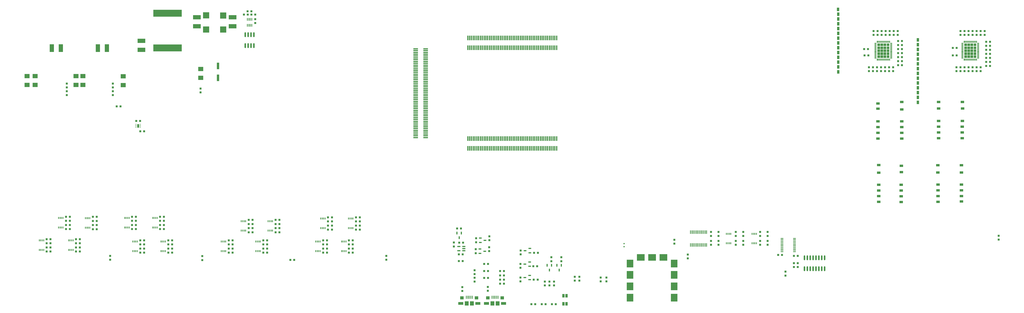
<source format=gtp>
G04*
G04 #@! TF.GenerationSoftware,Altium Limited,Altium Designer,18.1.9 (240)*
G04*
G04 Layer_Color=8421504*
%FSLAX25Y25*%
%MOIN*%
G70*
G01*
G75*
%ADD31R,0.01968X0.00984*%
%ADD32R,0.03543X0.06299*%
%ADD33R,0.06299X0.03937*%
%ADD34R,0.03740X0.03740*%
%ADD35R,0.03740X0.03740*%
%ADD36R,0.03937X0.06299*%
%ADD37R,0.13780X0.11811*%
%ADD38R,0.11811X0.13780*%
%ADD39R,0.06299X0.05512*%
%ADD40R,0.09055X0.05118*%
%ADD41R,0.07087X0.07480*%
%ADD42R,0.01575X0.05315*%
%ADD43R,0.04921X0.01575*%
%ADD44R,0.02000X0.08000*%
%ADD45R,0.08000X0.02000*%
%ADD46O,0.02362X0.08661*%
%ADD47R,0.49213X0.12402*%
%ADD48R,0.13500X0.07500*%
%ADD49R,0.09000X0.07500*%
%ADD50R,0.07500X0.13500*%
%ADD51R,0.01654X0.03500*%
%ADD52R,0.03937X0.11811*%
%ADD53R,0.01575X0.04803*%
%ADD54R,0.10630X0.10630*%
%ADD55R,0.03937X0.05906*%
%ADD56R,0.02362X0.01968*%
%ADD57R,0.01200X0.03200*%
%ADD58R,0.03200X0.01200*%
%ADD59R,0.05118X0.02362*%
%ADD60R,0.02362X0.05118*%
%ADD61R,0.05709X0.02165*%
%ADD62R,0.05709X0.02165*%
%ADD63R,0.01181X0.06299*%
G36*
X1504953Y453784D02*
X1500317D01*
Y458153D01*
X1504953D01*
Y453784D01*
D02*
G37*
G36*
X1499529D02*
X1494894D01*
Y458153D01*
X1499529D01*
Y453784D01*
D02*
G37*
G36*
X1494106D02*
X1489470D01*
Y458153D01*
X1494106D01*
Y453784D01*
D02*
G37*
G36*
X1488683D02*
X1484047D01*
Y458153D01*
X1488683D01*
Y453784D01*
D02*
G37*
G36*
X1504953Y448626D02*
X1500317D01*
Y452996D01*
X1504953D01*
Y448626D01*
D02*
G37*
G36*
X1499529D02*
X1494894D01*
Y452996D01*
X1499529D01*
Y448626D01*
D02*
G37*
G36*
X1494106D02*
X1489470D01*
Y452996D01*
X1494106D01*
Y448626D01*
D02*
G37*
G36*
X1488683D02*
X1484047D01*
Y452996D01*
X1488683D01*
Y448626D01*
D02*
G37*
G36*
X1504953Y443469D02*
X1500317D01*
Y447839D01*
X1504953D01*
Y443469D01*
D02*
G37*
G36*
X1499529D02*
X1494894D01*
Y447839D01*
X1499529D01*
Y443469D01*
D02*
G37*
G36*
X1494106D02*
X1489470D01*
Y447839D01*
X1494106D01*
Y443469D01*
D02*
G37*
G36*
X1488683D02*
X1484047D01*
Y447839D01*
X1488683D01*
Y443469D01*
D02*
G37*
G36*
X1504953Y438311D02*
X1500317D01*
Y442681D01*
X1504953D01*
Y438311D01*
D02*
G37*
G36*
X1499529D02*
X1494894D01*
Y442681D01*
X1499529D01*
Y438311D01*
D02*
G37*
G36*
X1494106D02*
X1489470D01*
Y442681D01*
X1494106D01*
Y438311D01*
D02*
G37*
G36*
X1488683D02*
X1484047D01*
Y442681D01*
X1488683D01*
Y438311D01*
D02*
G37*
G36*
X1504953Y433153D02*
X1500317D01*
Y437524D01*
X1504953D01*
Y433153D01*
D02*
G37*
G36*
X1499529D02*
X1494894D01*
Y437524D01*
X1499529D01*
Y433153D01*
D02*
G37*
G36*
X1494106D02*
X1489470D01*
Y437524D01*
X1494106D01*
Y433153D01*
D02*
G37*
G36*
X1488683D02*
X1484047D01*
Y437524D01*
X1488683D01*
Y433153D01*
D02*
G37*
G36*
X1655953Y453784D02*
X1651317D01*
Y458153D01*
X1655953D01*
Y453784D01*
D02*
G37*
G36*
X1650529D02*
X1645894D01*
Y458153D01*
X1650529D01*
Y453784D01*
D02*
G37*
G36*
X1645106D02*
X1640471D01*
Y458153D01*
X1645106D01*
Y453784D01*
D02*
G37*
G36*
X1639683D02*
X1635047D01*
Y458153D01*
X1639683D01*
Y453784D01*
D02*
G37*
G36*
X1655953Y448626D02*
X1651317D01*
Y452996D01*
X1655953D01*
Y448626D01*
D02*
G37*
G36*
X1650529D02*
X1645894D01*
Y452996D01*
X1650529D01*
Y448626D01*
D02*
G37*
G36*
X1645106D02*
X1640471D01*
Y452996D01*
X1645106D01*
Y448626D01*
D02*
G37*
G36*
X1639683D02*
X1635047D01*
Y452996D01*
X1639683D01*
Y448626D01*
D02*
G37*
G36*
X1655953Y443469D02*
X1651317D01*
Y447839D01*
X1655953D01*
Y443469D01*
D02*
G37*
G36*
X1650529D02*
X1645894D01*
Y447839D01*
X1650529D01*
Y443469D01*
D02*
G37*
G36*
X1645106D02*
X1640471D01*
Y447839D01*
X1645106D01*
Y443469D01*
D02*
G37*
G36*
X1639683D02*
X1635047D01*
Y447839D01*
X1639683D01*
Y443469D01*
D02*
G37*
G36*
X1655953Y438311D02*
X1651317D01*
Y442681D01*
X1655953D01*
Y438311D01*
D02*
G37*
G36*
X1650529D02*
X1645894D01*
Y442681D01*
X1650529D01*
Y438311D01*
D02*
G37*
G36*
X1645106D02*
X1640471D01*
Y442681D01*
X1645106D01*
Y438311D01*
D02*
G37*
G36*
X1639683D02*
X1635047D01*
Y442681D01*
X1639683D01*
Y438311D01*
D02*
G37*
G36*
X1655953Y433153D02*
X1651317D01*
Y437524D01*
X1655953D01*
Y433153D01*
D02*
G37*
G36*
X1650529D02*
X1645894D01*
Y437524D01*
X1650529D01*
Y433153D01*
D02*
G37*
G36*
X1645106D02*
X1640471D01*
Y437524D01*
X1645106D01*
Y433153D01*
D02*
G37*
G36*
X1639683D02*
X1635047D01*
Y437524D01*
X1639683D01*
Y433153D01*
D02*
G37*
D31*
X196260Y317953D02*
D03*
Y315984D02*
D03*
Y314016D02*
D03*
Y312047D02*
D03*
X203740D02*
D03*
Y314016D02*
D03*
Y315984D02*
D03*
Y317953D02*
D03*
D32*
X200000Y315000D02*
D03*
D33*
X1631500Y303500D02*
D03*
Y293500D02*
D03*
Y313500D02*
D03*
X1631900Y323500D02*
D03*
X1632000Y345017D02*
D03*
X1631900Y356500D02*
D03*
X1590500D02*
D03*
Y345017D02*
D03*
Y323500D02*
D03*
Y313521D02*
D03*
Y303500D02*
D03*
Y293500D02*
D03*
X1630000Y183500D02*
D03*
Y193000D02*
D03*
Y203000D02*
D03*
Y213000D02*
D03*
Y234000D02*
D03*
Y246587D02*
D03*
X1589000Y246500D02*
D03*
X1589016Y234000D02*
D03*
X1589500Y213000D02*
D03*
Y203000D02*
D03*
Y193000D02*
D03*
Y183000D02*
D03*
X1525319Y182642D02*
D03*
Y192642D02*
D03*
Y202642D02*
D03*
Y212500D02*
D03*
X1525653Y234500D02*
D03*
Y245500D02*
D03*
X1526500Y293000D02*
D03*
Y303000D02*
D03*
Y313000D02*
D03*
Y322970D02*
D03*
Y343500D02*
D03*
Y356500D02*
D03*
X1485000Y354000D02*
D03*
Y345000D02*
D03*
Y322970D02*
D03*
Y313000D02*
D03*
Y302900D02*
D03*
Y293000D02*
D03*
X1486465Y247000D02*
D03*
X1486465Y233500D02*
D03*
X1486465Y212500D02*
D03*
Y202500D02*
D03*
Y192691D02*
D03*
Y182691D02*
D03*
D34*
X1694750Y117020D02*
D03*
Y123713D02*
D03*
X807626Y35004D02*
D03*
Y28311D02*
D03*
X809875Y103847D02*
D03*
Y97154D02*
D03*
X786500Y100347D02*
D03*
Y93654D02*
D03*
X810000Y122846D02*
D03*
Y116154D02*
D03*
X787000Y119346D02*
D03*
Y112654D02*
D03*
X763000Y34650D02*
D03*
Y27957D02*
D03*
X784500Y44153D02*
D03*
Y50846D02*
D03*
Y63846D02*
D03*
Y57153D02*
D03*
X76071Y388546D02*
D03*
Y381853D02*
D03*
X917965Y86347D02*
D03*
Y79654D02*
D03*
X1131500Y110079D02*
D03*
Y116772D02*
D03*
X631000Y82235D02*
D03*
Y88928D02*
D03*
X311503Y81653D02*
D03*
Y88346D02*
D03*
X151476Y82166D02*
D03*
Y88859D02*
D03*
X1154737Y91285D02*
D03*
Y84592D02*
D03*
X748370Y105331D02*
D03*
Y112024D02*
D03*
X1324397Y61346D02*
D03*
Y54654D02*
D03*
X1013500Y44500D02*
D03*
Y51193D02*
D03*
X1003500Y44500D02*
D03*
Y51193D02*
D03*
X935000Y86347D02*
D03*
Y79654D02*
D03*
X958500Y45913D02*
D03*
Y52606D02*
D03*
X864060Y44634D02*
D03*
Y51327D02*
D03*
Y68134D02*
D03*
Y74827D02*
D03*
X864362Y91634D02*
D03*
Y98327D02*
D03*
X906500Y44106D02*
D03*
Y37413D02*
D03*
X914500Y44106D02*
D03*
Y37413D02*
D03*
X922500Y44106D02*
D03*
Y37413D02*
D03*
X403481Y500594D02*
D03*
Y493901D02*
D03*
X308500Y373166D02*
D03*
Y379859D02*
D03*
X156000Y388546D02*
D03*
Y381853D02*
D03*
Y368381D02*
D03*
Y375074D02*
D03*
X76000Y368381D02*
D03*
Y375074D02*
D03*
X1293500Y130347D02*
D03*
Y123653D02*
D03*
Y108153D02*
D03*
Y114847D02*
D03*
X1280500Y130347D02*
D03*
Y123653D02*
D03*
X1280559Y108153D02*
D03*
Y114847D02*
D03*
X1238000Y130347D02*
D03*
Y123653D02*
D03*
Y108153D02*
D03*
Y114847D02*
D03*
X1251000Y130347D02*
D03*
Y123653D02*
D03*
Y108153D02*
D03*
Y114847D02*
D03*
X1195000Y130347D02*
D03*
Y123653D02*
D03*
X1208000Y108153D02*
D03*
Y114847D02*
D03*
Y130347D02*
D03*
Y123653D02*
D03*
X1195000Y108153D02*
D03*
Y114847D02*
D03*
X1339153Y76265D02*
D03*
Y69572D02*
D03*
X1345654Y76265D02*
D03*
Y69572D02*
D03*
X966500Y52606D02*
D03*
Y45913D02*
D03*
X1656500Y417000D02*
D03*
Y410307D02*
D03*
X1663500Y417000D02*
D03*
Y410307D02*
D03*
X1642500Y417000D02*
D03*
Y410307D02*
D03*
X1649500Y417000D02*
D03*
Y410307D02*
D03*
X1628500Y473307D02*
D03*
Y480000D02*
D03*
Y417000D02*
D03*
Y410307D02*
D03*
X1621500Y417000D02*
D03*
Y410307D02*
D03*
X1635500Y473307D02*
D03*
Y480000D02*
D03*
X1642500Y473307D02*
D03*
Y480000D02*
D03*
X1635500Y417000D02*
D03*
Y410307D02*
D03*
X1663500Y473307D02*
D03*
Y480000D02*
D03*
X1670500Y473307D02*
D03*
Y480000D02*
D03*
X1656500Y473307D02*
D03*
Y480000D02*
D03*
X1649500Y473307D02*
D03*
Y480000D02*
D03*
X1477500Y473307D02*
D03*
Y480000D02*
D03*
X1483500Y417000D02*
D03*
Y410307D02*
D03*
X1504500Y417000D02*
D03*
Y410307D02*
D03*
X1511500Y417000D02*
D03*
Y410307D02*
D03*
X1490500Y417000D02*
D03*
Y410307D02*
D03*
X1497500Y417000D02*
D03*
Y410307D02*
D03*
X1469500Y417000D02*
D03*
Y410307D02*
D03*
X1476500Y417000D02*
D03*
Y410307D02*
D03*
X1498500Y473307D02*
D03*
Y480000D02*
D03*
X1505500Y473307D02*
D03*
Y480000D02*
D03*
X1519500Y473307D02*
D03*
Y480000D02*
D03*
X1512500Y473307D02*
D03*
Y480000D02*
D03*
X1484500Y473307D02*
D03*
Y480000D02*
D03*
X1491500Y473307D02*
D03*
Y480000D02*
D03*
D35*
X203654Y305500D02*
D03*
X210347D02*
D03*
X203346Y323500D02*
D03*
X196653D02*
D03*
X807847Y75000D02*
D03*
X801153D02*
D03*
X835347Y40398D02*
D03*
X828654D02*
D03*
X764347Y112000D02*
D03*
X757654D02*
D03*
X760847Y136500D02*
D03*
X754153D02*
D03*
X893980Y47500D02*
D03*
X887287D02*
D03*
X893308Y70822D02*
D03*
X886615D02*
D03*
X894347Y94036D02*
D03*
X887654D02*
D03*
X471193Y82000D02*
D03*
X464500D02*
D03*
X390435Y508512D02*
D03*
X383742D02*
D03*
X396951Y514012D02*
D03*
X390258D02*
D03*
X403481Y508512D02*
D03*
X396788D02*
D03*
X828654Y55000D02*
D03*
X835347D02*
D03*
X828654Y62500D02*
D03*
X835347D02*
D03*
X828654Y47353D02*
D03*
X835347D02*
D03*
X889962Y5000D02*
D03*
X883269D02*
D03*
X907847D02*
D03*
X901153D02*
D03*
X925346D02*
D03*
X918653D02*
D03*
X807973Y50657D02*
D03*
X801280D02*
D03*
X807973Y62657D02*
D03*
X801280D02*
D03*
X763846Y80000D02*
D03*
X757154D02*
D03*
Y91500D02*
D03*
X763846D02*
D03*
X536665Y141623D02*
D03*
X529972D02*
D03*
X398748Y137167D02*
D03*
X392055D02*
D03*
X196235Y142667D02*
D03*
X189542D02*
D03*
X81346D02*
D03*
X74654D02*
D03*
X528014Y101667D02*
D03*
X521321D02*
D03*
X364054D02*
D03*
X357361D02*
D03*
X210347D02*
D03*
X203654D02*
D03*
X47846Y103667D02*
D03*
X41153D02*
D03*
X585100Y141623D02*
D03*
X578407D02*
D03*
X445400Y137167D02*
D03*
X438707D02*
D03*
X244847Y142667D02*
D03*
X238154D02*
D03*
X128024Y142456D02*
D03*
X121331D02*
D03*
X572847Y101667D02*
D03*
X566153D02*
D03*
X424061D02*
D03*
X417369D02*
D03*
X259270D02*
D03*
X252577D02*
D03*
X98847Y103667D02*
D03*
X92154D02*
D03*
X536665Y155956D02*
D03*
X529972D02*
D03*
X398748Y151500D02*
D03*
X392055D02*
D03*
X196235Y157000D02*
D03*
X189542D02*
D03*
X81346D02*
D03*
X74654D02*
D03*
X528014Y116000D02*
D03*
X521321D02*
D03*
X364054D02*
D03*
X357361D02*
D03*
X210347D02*
D03*
X203654D02*
D03*
X47846Y118000D02*
D03*
X41153D02*
D03*
X585100Y155956D02*
D03*
X578407D02*
D03*
X445400Y151500D02*
D03*
X438707D02*
D03*
X244847Y157000D02*
D03*
X238154D02*
D03*
X128024Y156789D02*
D03*
X121331D02*
D03*
X572847Y116000D02*
D03*
X566153D02*
D03*
X424061D02*
D03*
X417369D02*
D03*
X259270D02*
D03*
X252577D02*
D03*
X98847Y118000D02*
D03*
X92154D02*
D03*
X529972Y134456D02*
D03*
X536665D02*
D03*
X392055Y130000D02*
D03*
X398748D02*
D03*
X189542Y135500D02*
D03*
X196235D02*
D03*
X74654D02*
D03*
X81346D02*
D03*
X521321Y94500D02*
D03*
X528014D02*
D03*
X357361D02*
D03*
X364054D02*
D03*
X203654D02*
D03*
X210347D02*
D03*
X41153Y96500D02*
D03*
X47846D02*
D03*
X578407Y134456D02*
D03*
X585100D02*
D03*
X438707Y130000D02*
D03*
X445400D02*
D03*
X238154Y135500D02*
D03*
X244847D02*
D03*
X121331Y135289D02*
D03*
X128024D02*
D03*
X566153Y94500D02*
D03*
X572847D02*
D03*
X417369D02*
D03*
X424061D02*
D03*
X252577D02*
D03*
X259270D02*
D03*
X92154Y96500D02*
D03*
X98847D02*
D03*
X536665Y148789D02*
D03*
X529972D02*
D03*
X398748Y144333D02*
D03*
X392055D02*
D03*
X196235Y149833D02*
D03*
X189542D02*
D03*
X81346D02*
D03*
X74654D02*
D03*
X528014Y108833D02*
D03*
X521321D02*
D03*
X364054D02*
D03*
X357361D02*
D03*
X210347D02*
D03*
X203654D02*
D03*
X47846Y110833D02*
D03*
X41153D02*
D03*
X585100Y148789D02*
D03*
X578407D02*
D03*
X445400Y144333D02*
D03*
X438707D02*
D03*
X244847Y149833D02*
D03*
X238154D02*
D03*
X128024Y149623D02*
D03*
X121331D02*
D03*
X572847Y108833D02*
D03*
X566153D02*
D03*
X424061D02*
D03*
X417369D02*
D03*
X259270D02*
D03*
X252577D02*
D03*
X98847Y110833D02*
D03*
X92154D02*
D03*
X162654Y349000D02*
D03*
X169346D02*
D03*
X1318413Y90390D02*
D03*
X1311720D02*
D03*
X1339153Y88859D02*
D03*
X1345846D02*
D03*
X1673153Y440204D02*
D03*
X1679847D02*
D03*
X1673153Y419204D02*
D03*
X1679847D02*
D03*
X1673153Y426203D02*
D03*
X1679847D02*
D03*
X1673153Y447203D02*
D03*
X1679847D02*
D03*
X1621847Y437580D02*
D03*
X1615154D02*
D03*
X1673153Y454204D02*
D03*
X1679847D02*
D03*
X1673153Y461203D02*
D03*
X1679847D02*
D03*
X1673153Y433204D02*
D03*
X1679847D02*
D03*
X1621847Y450654D02*
D03*
X1615154D02*
D03*
X1520154Y441500D02*
D03*
X1526847D02*
D03*
X1520154Y448654D02*
D03*
X1526847D02*
D03*
X1520154Y434500D02*
D03*
X1526847D02*
D03*
X1468545Y437447D02*
D03*
X1461852D02*
D03*
X1520154Y455500D02*
D03*
X1526847D02*
D03*
X1520154Y420653D02*
D03*
X1526847D02*
D03*
X1467846Y448654D02*
D03*
X1461154D02*
D03*
X1520154Y462653D02*
D03*
X1526847D02*
D03*
X1520154Y427579D02*
D03*
X1526847D02*
D03*
D36*
X1416000Y442425D02*
D03*
Y484206D02*
D03*
X1415817Y517658D02*
D03*
X1416000Y417356D02*
D03*
Y425712D02*
D03*
Y434069D02*
D03*
Y450781D02*
D03*
Y467494D02*
D03*
Y475850D02*
D03*
Y492562D02*
D03*
Y500919D02*
D03*
Y459137D02*
D03*
Y409000D02*
D03*
Y509275D02*
D03*
X1554500Y464658D02*
D03*
Y389433D02*
D03*
Y431225D02*
D03*
Y456300D02*
D03*
Y356000D02*
D03*
Y406150D02*
D03*
Y447942D02*
D03*
Y439583D02*
D03*
Y422867D02*
D03*
Y414508D02*
D03*
Y397792D02*
D03*
Y381075D02*
D03*
Y372717D02*
D03*
Y364358D02*
D03*
D37*
X1112571Y86197D02*
D03*
X1073201D02*
D03*
X1092886D02*
D03*
D38*
X1054500Y36000D02*
D03*
Y55685D02*
D03*
Y16315D02*
D03*
Y75370D02*
D03*
X1131272D02*
D03*
Y16315D02*
D03*
Y55685D02*
D03*
Y36000D02*
D03*
D39*
X807374Y15854D02*
D03*
X832571D02*
D03*
X762638D02*
D03*
X787835D02*
D03*
D40*
X805209Y6209D02*
D03*
X834736D02*
D03*
X760472D02*
D03*
X790000D02*
D03*
D41*
X815445D02*
D03*
X824500D02*
D03*
X770709D02*
D03*
X779764D02*
D03*
D42*
X825091Y16740D02*
D03*
X814854D02*
D03*
X817413D02*
D03*
X822532D02*
D03*
X819972D02*
D03*
X780354D02*
D03*
X770118D02*
D03*
X772677D02*
D03*
X777795D02*
D03*
X775236D02*
D03*
D43*
X1318340Y103882D02*
D03*
Y101323D02*
D03*
Y98764D02*
D03*
Y96205D02*
D03*
Y106441D02*
D03*
Y109000D02*
D03*
Y111559D02*
D03*
Y116677D02*
D03*
Y114118D02*
D03*
Y119236D02*
D03*
X1340190D02*
D03*
Y114118D02*
D03*
Y116677D02*
D03*
Y111559D02*
D03*
Y109000D02*
D03*
Y106441D02*
D03*
Y96205D02*
D03*
Y98764D02*
D03*
Y101323D02*
D03*
Y103882D02*
D03*
D44*
X920697Y293000D02*
D03*
X923847D02*
D03*
X920697Y275677D02*
D03*
X923846D02*
D03*
X911248Y293000D02*
D03*
X914398D02*
D03*
X911248Y275677D02*
D03*
X914397D02*
D03*
X904949Y293000D02*
D03*
X908098D02*
D03*
X904949Y275677D02*
D03*
X908098D02*
D03*
X895500Y293000D02*
D03*
X898650D02*
D03*
X895500Y275677D02*
D03*
X898649D02*
D03*
X889201Y293000D02*
D03*
X889200Y275677D02*
D03*
X879752Y293000D02*
D03*
X882902D02*
D03*
X879752Y275677D02*
D03*
X882901D02*
D03*
X873453Y293000D02*
D03*
X873452Y275677D02*
D03*
X864004Y293000D02*
D03*
X867153D02*
D03*
X864004Y275677D02*
D03*
X867153D02*
D03*
X857705Y293000D02*
D03*
X857705Y275677D02*
D03*
X848256Y293000D02*
D03*
X851406D02*
D03*
X848256Y275677D02*
D03*
X851405D02*
D03*
X841957Y293000D02*
D03*
X841957Y275677D02*
D03*
X832508Y293000D02*
D03*
X835658D02*
D03*
X832508Y275677D02*
D03*
X835657D02*
D03*
X826209Y293000D02*
D03*
X826208Y275677D02*
D03*
X816760Y293000D02*
D03*
X819909D02*
D03*
X816760Y275677D02*
D03*
X819909D02*
D03*
X807311Y293000D02*
D03*
X810461D02*
D03*
X807311Y275677D02*
D03*
X810460D02*
D03*
X801012Y293000D02*
D03*
X804161D02*
D03*
X801012Y275677D02*
D03*
X804161D02*
D03*
X791563Y293000D02*
D03*
X794713D02*
D03*
X791563Y275677D02*
D03*
X794713D02*
D03*
X785264Y293000D02*
D03*
X785264Y275677D02*
D03*
X775815Y293000D02*
D03*
X778965D02*
D03*
X775815Y275677D02*
D03*
X778965D02*
D03*
X926996Y293000D02*
D03*
X926996Y275677D02*
D03*
X892350Y293000D02*
D03*
X901799D02*
D03*
X917547D02*
D03*
X892350Y275677D02*
D03*
X901799D02*
D03*
X917547D02*
D03*
X860854Y293000D02*
D03*
X870303D02*
D03*
X876602D02*
D03*
X886051D02*
D03*
X860854Y275677D02*
D03*
X870303D02*
D03*
X876602D02*
D03*
X886051D02*
D03*
X829358Y293000D02*
D03*
X838807D02*
D03*
X845106D02*
D03*
X854555D02*
D03*
X829358Y275677D02*
D03*
X838807D02*
D03*
X845106D02*
D03*
X854555D02*
D03*
X797862Y293000D02*
D03*
X813610D02*
D03*
X823059D02*
D03*
X797862Y275677D02*
D03*
X813610D02*
D03*
X823059D02*
D03*
X772665Y293000D02*
D03*
X782114D02*
D03*
X788413D02*
D03*
X772665Y275677D02*
D03*
X782114D02*
D03*
X788413D02*
D03*
Y450677D02*
D03*
X782114D02*
D03*
X772665D02*
D03*
X788413Y468000D02*
D03*
X782114D02*
D03*
X772665D02*
D03*
X823059Y450677D02*
D03*
X813610D02*
D03*
X797862D02*
D03*
X823059Y468000D02*
D03*
X813610D02*
D03*
X797862D02*
D03*
X854555Y450677D02*
D03*
X845106D02*
D03*
X838807D02*
D03*
X829358D02*
D03*
X854555Y468000D02*
D03*
X845106D02*
D03*
X838807D02*
D03*
X829358D02*
D03*
X886051Y450677D02*
D03*
X876602D02*
D03*
X870303D02*
D03*
X860854D02*
D03*
X886051Y468000D02*
D03*
X876602D02*
D03*
X870303D02*
D03*
X860854D02*
D03*
X917547Y450677D02*
D03*
X901799D02*
D03*
X892350D02*
D03*
X917547Y468000D02*
D03*
X901799D02*
D03*
X892350D02*
D03*
X926996Y450677D02*
D03*
X926996Y468000D02*
D03*
X778965Y450677D02*
D03*
X775815D02*
D03*
X778965Y468000D02*
D03*
X775815D02*
D03*
X785264Y450677D02*
D03*
X785264Y468000D02*
D03*
X794713Y450677D02*
D03*
X791563D02*
D03*
X794713Y468000D02*
D03*
X791563D02*
D03*
X804161Y450677D02*
D03*
X801012D02*
D03*
X804161Y468000D02*
D03*
X801012D02*
D03*
X810460Y450677D02*
D03*
X807311D02*
D03*
X810461Y468000D02*
D03*
X807311D02*
D03*
X819909Y450677D02*
D03*
X816760D02*
D03*
X819909Y468000D02*
D03*
X816760D02*
D03*
X826208Y450677D02*
D03*
X826209Y468000D02*
D03*
X835657Y450677D02*
D03*
X832508D02*
D03*
X835658Y468000D02*
D03*
X832508D02*
D03*
X841957Y450677D02*
D03*
X841957Y468000D02*
D03*
X851405Y450677D02*
D03*
X848256D02*
D03*
X851406Y468000D02*
D03*
X848256D02*
D03*
X857705Y450677D02*
D03*
X857705Y468000D02*
D03*
X867153Y450677D02*
D03*
X864004D02*
D03*
X867153Y468000D02*
D03*
X864004D02*
D03*
X873452Y450677D02*
D03*
X873453Y468000D02*
D03*
X882901Y450677D02*
D03*
X879752D02*
D03*
X882902Y468000D02*
D03*
X879752D02*
D03*
X889200Y450677D02*
D03*
X889201Y468000D02*
D03*
X898649Y450677D02*
D03*
X895500D02*
D03*
X898650Y468000D02*
D03*
X895500D02*
D03*
X908098Y450677D02*
D03*
X904949D02*
D03*
X908098Y468000D02*
D03*
X904949D02*
D03*
X914397Y450677D02*
D03*
X911248D02*
D03*
X914398Y468000D02*
D03*
X911248D02*
D03*
X923846Y450677D02*
D03*
X920697D02*
D03*
X923847Y468000D02*
D03*
X920697D02*
D03*
D45*
X682169Y442655D02*
D03*
Y445804D02*
D03*
X699492Y442654D02*
D03*
Y445804D02*
D03*
X682169Y433206D02*
D03*
Y436355D02*
D03*
X699492Y433206D02*
D03*
Y436355D02*
D03*
X682169Y426907D02*
D03*
Y430056D02*
D03*
X699492Y426906D02*
D03*
Y430056D02*
D03*
X682169Y417458D02*
D03*
Y420608D02*
D03*
X699492Y417458D02*
D03*
Y420607D02*
D03*
X682169Y411159D02*
D03*
X699492Y411158D02*
D03*
X682169Y401710D02*
D03*
Y404859D02*
D03*
X699492Y401710D02*
D03*
Y404859D02*
D03*
X682169Y395411D02*
D03*
X699492Y395410D02*
D03*
X682169Y385962D02*
D03*
Y389111D02*
D03*
X699492Y385962D02*
D03*
Y389111D02*
D03*
X682169Y379663D02*
D03*
X699492Y379662D02*
D03*
X682169Y370214D02*
D03*
Y373363D02*
D03*
X699492Y370214D02*
D03*
Y373363D02*
D03*
X682169Y363915D02*
D03*
X699492Y363914D02*
D03*
X682169Y354466D02*
D03*
Y357615D02*
D03*
X699492Y354466D02*
D03*
Y357615D02*
D03*
X682169Y348166D02*
D03*
X699492Y348166D02*
D03*
X682169Y338718D02*
D03*
Y341867D02*
D03*
X699492Y338718D02*
D03*
Y341867D02*
D03*
X682169Y329269D02*
D03*
Y332418D02*
D03*
X699492Y329269D02*
D03*
Y332418D02*
D03*
X682169Y322970D02*
D03*
Y326119D02*
D03*
X699492Y322970D02*
D03*
Y326119D02*
D03*
X682169Y313521D02*
D03*
Y316670D02*
D03*
X699492Y313521D02*
D03*
Y316670D02*
D03*
X682169Y307222D02*
D03*
X699492Y307222D02*
D03*
X682169Y297773D02*
D03*
Y300922D02*
D03*
X699492Y297773D02*
D03*
Y300922D02*
D03*
X682169Y448954D02*
D03*
X699492Y448954D02*
D03*
X682169Y414308D02*
D03*
Y423757D02*
D03*
Y439505D02*
D03*
X699492Y414308D02*
D03*
Y423757D02*
D03*
Y439505D02*
D03*
X682169Y382812D02*
D03*
Y392261D02*
D03*
Y398560D02*
D03*
Y408009D02*
D03*
X699492Y382812D02*
D03*
Y392261D02*
D03*
Y398560D02*
D03*
Y408009D02*
D03*
X682169Y351316D02*
D03*
Y360765D02*
D03*
Y367064D02*
D03*
Y376513D02*
D03*
X699492Y351316D02*
D03*
Y360765D02*
D03*
Y367064D02*
D03*
Y376513D02*
D03*
X682169Y319820D02*
D03*
Y335568D02*
D03*
Y345017D02*
D03*
X699492Y319820D02*
D03*
Y335568D02*
D03*
Y345017D02*
D03*
X682169Y294623D02*
D03*
Y304072D02*
D03*
Y310371D02*
D03*
X699492Y294623D02*
D03*
Y304072D02*
D03*
Y310371D02*
D03*
D46*
X1392500Y85367D02*
D03*
X1387500D02*
D03*
X1382500D02*
D03*
X1377500D02*
D03*
X1372500D02*
D03*
X1367500D02*
D03*
X1362500D02*
D03*
X1357500D02*
D03*
X1392500Y66469D02*
D03*
X1387500D02*
D03*
X1382500D02*
D03*
X1377500D02*
D03*
X1372500D02*
D03*
X1367500D02*
D03*
X1362500D02*
D03*
X1357500D02*
D03*
X386067Y454564D02*
D03*
X391067D02*
D03*
X396067D02*
D03*
X401067D02*
D03*
X386067Y473461D02*
D03*
X391067D02*
D03*
X396067D02*
D03*
X401067D02*
D03*
D47*
X251000Y511000D02*
D03*
Y450567D02*
D03*
D48*
X302038Y503795D02*
D03*
Y488299D02*
D03*
X364000Y503795D02*
D03*
Y488299D02*
D03*
X205683Y462700D02*
D03*
Y447203D02*
D03*
D49*
X92000Y401601D02*
D03*
Y386105D02*
D03*
X7000Y401601D02*
D03*
Y386105D02*
D03*
X104000Y401601D02*
D03*
Y386105D02*
D03*
X174000Y401248D02*
D03*
Y385752D02*
D03*
X308808Y413876D02*
D03*
Y398380D02*
D03*
X21000Y401601D02*
D03*
Y386105D02*
D03*
D50*
X50252Y450265D02*
D03*
X65748D02*
D03*
X130252D02*
D03*
X145748D02*
D03*
D51*
X425876Y149287D02*
D03*
X428435D02*
D03*
X430995D02*
D03*
X425876Y132711D02*
D03*
X428435D02*
D03*
X430995D02*
D03*
X433554D02*
D03*
Y149287D02*
D03*
X379224D02*
D03*
X381783D02*
D03*
X384343D02*
D03*
X379224Y132711D02*
D03*
X381783D02*
D03*
X384343D02*
D03*
X386902D02*
D03*
Y149287D02*
D03*
X61823Y154787D02*
D03*
X64382D02*
D03*
X66941D02*
D03*
X61823Y138211D02*
D03*
X64382D02*
D03*
X66941D02*
D03*
X69500D02*
D03*
Y154787D02*
D03*
X524818Y153743D02*
D03*
Y137167D02*
D03*
X522259D02*
D03*
X519700D02*
D03*
X517141D02*
D03*
X522259Y153743D02*
D03*
X519700D02*
D03*
X517141D02*
D03*
X184388Y154787D02*
D03*
Y138211D02*
D03*
X181829D02*
D03*
X179270D02*
D03*
X176711D02*
D03*
X181829Y154787D02*
D03*
X179270D02*
D03*
X176711D02*
D03*
X516168Y113787D02*
D03*
Y97211D02*
D03*
X513609D02*
D03*
X511050D02*
D03*
X508491D02*
D03*
X513609Y113787D02*
D03*
X511050D02*
D03*
X508491D02*
D03*
X352207D02*
D03*
Y97211D02*
D03*
X349648D02*
D03*
X347089D02*
D03*
X344530D02*
D03*
X349648Y113787D02*
D03*
X347089D02*
D03*
X344530D02*
D03*
X198500D02*
D03*
Y97211D02*
D03*
X195941D02*
D03*
X193382D02*
D03*
X190823D02*
D03*
X195941Y113787D02*
D03*
X193382D02*
D03*
X190823D02*
D03*
X36000Y115787D02*
D03*
Y99211D02*
D03*
X33441D02*
D03*
X30882D02*
D03*
X28323D02*
D03*
X33441Y115787D02*
D03*
X30882D02*
D03*
X28323D02*
D03*
X573253Y153743D02*
D03*
Y137167D02*
D03*
X570694D02*
D03*
X568135D02*
D03*
X565576D02*
D03*
X570694Y153743D02*
D03*
X568135D02*
D03*
X565576D02*
D03*
X233000Y154787D02*
D03*
Y138211D02*
D03*
X230441D02*
D03*
X227882D02*
D03*
X225323D02*
D03*
X230441Y154787D02*
D03*
X227882D02*
D03*
X225323D02*
D03*
X116177Y154577D02*
D03*
Y138000D02*
D03*
X113618D02*
D03*
X111059D02*
D03*
X108500D02*
D03*
X113618Y154577D02*
D03*
X111059D02*
D03*
X108500D02*
D03*
X561000Y113787D02*
D03*
Y97211D02*
D03*
X558441D02*
D03*
X555882D02*
D03*
X553323D02*
D03*
X558441Y113787D02*
D03*
X555882D02*
D03*
X553323D02*
D03*
X412215D02*
D03*
Y97211D02*
D03*
X409656D02*
D03*
X407097D02*
D03*
X404538D02*
D03*
X409656Y113787D02*
D03*
X407097D02*
D03*
X404538D02*
D03*
X247424D02*
D03*
Y97211D02*
D03*
X244865D02*
D03*
X242305D02*
D03*
X239746D02*
D03*
X244865Y113787D02*
D03*
X242305D02*
D03*
X239746D02*
D03*
X87000Y115787D02*
D03*
Y99211D02*
D03*
X84441D02*
D03*
X81882D02*
D03*
X79323D02*
D03*
X84441Y115787D02*
D03*
X81882D02*
D03*
X79323D02*
D03*
X1274177Y127288D02*
D03*
Y110712D02*
D03*
X1271618D02*
D03*
X1269059D02*
D03*
X1266500D02*
D03*
X1271618Y127288D02*
D03*
X1269059D02*
D03*
X1266500D02*
D03*
X1229598D02*
D03*
Y110712D02*
D03*
X1227039D02*
D03*
X1224480D02*
D03*
X1221921D02*
D03*
X1227039Y127288D02*
D03*
X1224480D02*
D03*
X1221921D02*
D03*
D52*
X338885Y398648D02*
D03*
Y419317D02*
D03*
D53*
X397523Y500012D02*
D03*
X394964D02*
D03*
X392404D02*
D03*
X389845D02*
D03*
Y489697D02*
D03*
X392404D02*
D03*
X394964D02*
D03*
X397523D02*
D03*
D54*
X347921Y482590D02*
D03*
X318000D02*
D03*
X347921Y506999D02*
D03*
X318000Y507090D02*
D03*
D55*
X938774Y19390D02*
D03*
Y5610D02*
D03*
X944286Y19390D02*
D03*
Y5610D02*
D03*
X938774D02*
D03*
D56*
X1044000Y104744D02*
D03*
Y110256D02*
D03*
D57*
X1656327Y430103D02*
D03*
X1654358D02*
D03*
X1652390D02*
D03*
X1650421D02*
D03*
X1648453D02*
D03*
X1646484D02*
D03*
X1644516D02*
D03*
X1642547D02*
D03*
X1640579D02*
D03*
X1638610D02*
D03*
X1636642D02*
D03*
X1634673D02*
D03*
Y461203D02*
D03*
X1636642D02*
D03*
X1638610D02*
D03*
X1640579D02*
D03*
X1642547D02*
D03*
X1644516D02*
D03*
X1646484D02*
D03*
X1648453D02*
D03*
X1650421D02*
D03*
X1652390D02*
D03*
X1654358D02*
D03*
X1656327D02*
D03*
X1505327Y430103D02*
D03*
X1503358D02*
D03*
X1501390D02*
D03*
X1499421D02*
D03*
X1497453D02*
D03*
X1495484D02*
D03*
X1493516D02*
D03*
X1491547D02*
D03*
X1489579D02*
D03*
X1487610D02*
D03*
X1485642D02*
D03*
X1483673D02*
D03*
Y461203D02*
D03*
X1485642D02*
D03*
X1487610D02*
D03*
X1489579D02*
D03*
X1491547D02*
D03*
X1493516D02*
D03*
X1495484D02*
D03*
X1497453D02*
D03*
X1499421D02*
D03*
X1501390D02*
D03*
X1503358D02*
D03*
X1505327D02*
D03*
D58*
X1631900Y432858D02*
D03*
Y434827D02*
D03*
Y436795D02*
D03*
Y438764D02*
D03*
Y440732D02*
D03*
Y442701D02*
D03*
Y444669D02*
D03*
Y446638D02*
D03*
Y448606D02*
D03*
Y450575D02*
D03*
Y452543D02*
D03*
Y454512D02*
D03*
Y456480D02*
D03*
Y458449D02*
D03*
X1659100D02*
D03*
Y456480D02*
D03*
Y454512D02*
D03*
Y452543D02*
D03*
Y450575D02*
D03*
Y448606D02*
D03*
Y446638D02*
D03*
Y444669D02*
D03*
Y442701D02*
D03*
Y440732D02*
D03*
Y438764D02*
D03*
Y436795D02*
D03*
Y434827D02*
D03*
Y432858D02*
D03*
X1480900D02*
D03*
Y434827D02*
D03*
Y436795D02*
D03*
Y438764D02*
D03*
Y440732D02*
D03*
Y442701D02*
D03*
Y444669D02*
D03*
Y446638D02*
D03*
Y448606D02*
D03*
Y450575D02*
D03*
Y452543D02*
D03*
Y454512D02*
D03*
Y456480D02*
D03*
Y458449D02*
D03*
X1508100D02*
D03*
Y456480D02*
D03*
Y454512D02*
D03*
Y452543D02*
D03*
Y450575D02*
D03*
Y448606D02*
D03*
Y446638D02*
D03*
Y444669D02*
D03*
Y442701D02*
D03*
Y440732D02*
D03*
Y438764D02*
D03*
Y436795D02*
D03*
Y434827D02*
D03*
Y432858D02*
D03*
D59*
X802134Y97000D02*
D03*
X793866Y93260D02*
D03*
Y100740D02*
D03*
X802634Y116000D02*
D03*
X794366Y112260D02*
D03*
Y119740D02*
D03*
X880060Y47500D02*
D03*
Y54980D02*
D03*
X871792Y51240D02*
D03*
X880060Y70841D02*
D03*
Y78322D02*
D03*
X871792Y74582D02*
D03*
X880496Y94240D02*
D03*
Y101720D02*
D03*
X872228Y97980D02*
D03*
D60*
X757654Y120366D02*
D03*
X753913Y128634D02*
D03*
X761394D02*
D03*
X918114Y72500D02*
D03*
X910634D02*
D03*
X914374Y64232D02*
D03*
X935114Y72500D02*
D03*
X927634D02*
D03*
X931374Y64232D02*
D03*
D61*
X765732Y97760D02*
D03*
D62*
X765732Y101500D02*
D03*
Y105240D02*
D03*
X757268D02*
D03*
Y97760D02*
D03*
D63*
X1159425Y107976D02*
D03*
X1161984D02*
D03*
X1164543D02*
D03*
X1167102D02*
D03*
X1169661D02*
D03*
X1172221D02*
D03*
X1174780D02*
D03*
X1177339D02*
D03*
X1179898D02*
D03*
X1182457D02*
D03*
X1185016D02*
D03*
X1187575D02*
D03*
X1159425Y130024D02*
D03*
X1161984D02*
D03*
X1164543D02*
D03*
X1167102D02*
D03*
X1169661D02*
D03*
X1172221D02*
D03*
X1174780D02*
D03*
X1177339D02*
D03*
X1179898D02*
D03*
X1182457D02*
D03*
X1185016D02*
D03*
X1187575D02*
D03*
M02*

</source>
